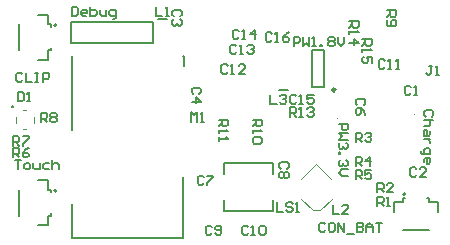
<source format=gto>
G04*
G04 #@! TF.GenerationSoftware,Altium Limited,Altium Designer,19.0.14 (431)*
G04*
G04 Layer_Color=65535*
%FSLAX44Y44*%
%MOMM*%
G71*
G01*
G75*
%ADD10C,0.1000*%
%ADD11C,0.2540*%
%ADD12C,0.2000*%
%ADD13C,0.2500*%
%ADD14C,0.1270*%
%ADD15C,0.1500*%
D10*
X280061Y101531D02*
G03*
X280061Y101531I-500J0D01*
G01*
X345181Y104821D02*
G03*
X345181Y104821I-500J0D01*
G01*
X22500Y97250D02*
Y102750D01*
X7500Y97250D02*
Y102750D01*
X13750Y108000D02*
X16250D01*
X13750Y92000D02*
X16250D01*
X248574Y49667D02*
X261585Y62677D01*
X261620Y62713D02*
X274525Y49808D01*
X248538Y33368D02*
X258615Y23291D01*
X264625Y23291D01*
X274666Y33332D01*
D11*
X4658Y111100D02*
G03*
X4658Y111100I-158J0D01*
G01*
D12*
X337250Y37030D02*
G03*
X337250Y37030I-1000J0D01*
G01*
X41750Y180000D02*
G03*
X41750Y180000I-1000J0D01*
G01*
Y40000D02*
G03*
X41750Y40000I-1000J0D01*
G01*
X184150Y63680D02*
X225150D01*
Y54480D02*
Y63680D01*
Y22680D02*
Y31980D01*
X184050Y22680D02*
X225150D01*
X184050D02*
Y31880D01*
Y63580D02*
X184150Y63680D01*
X184050Y54480D02*
Y63580D01*
X128129Y185450D02*
X135129D01*
X230538Y125109D02*
X237538D01*
X257890Y128010D02*
Y159010D01*
X267890Y128010D02*
Y159010D01*
X257890D02*
X267890D01*
X257890Y128010D02*
X267890D01*
X55000Y0D02*
Y29100D01*
Y91500D02*
Y154000D01*
X148700D02*
X150000D01*
Y145500D02*
Y154000D01*
X55000Y0D02*
X149000D01*
Y51700D01*
X123300Y165000D02*
Y183000D01*
X54500D02*
X123300D01*
X54500Y165000D02*
Y183000D01*
Y165000D02*
X123300D01*
D13*
X277890Y125510D02*
G03*
X277890Y125510I-1250J0D01*
G01*
D14*
X335250Y6530D02*
X357250D01*
X355250Y33530D02*
X357250D01*
X335250D02*
X337250D01*
X365250Y22030D02*
Y30530D01*
X327250Y22030D02*
Y30530D01*
X357250D02*
X365250D01*
X357250D02*
Y33530D01*
X335250Y30530D02*
Y33530D01*
X327250Y30530D02*
X335250D01*
X34250Y181000D02*
Y189000D01*
Y181000D02*
X37250D01*
X34250Y159000D02*
X37250D01*
X34250Y151000D02*
Y159000D01*
X25750Y189000D02*
X34250D01*
X25750Y151000D02*
X34250D01*
X37250Y179000D02*
Y181000D01*
Y159000D02*
Y161000D01*
X10250Y159000D02*
Y181000D01*
X34250Y41000D02*
Y49000D01*
Y41000D02*
X37250D01*
X34250Y19000D02*
X37250D01*
X34250Y11000D02*
Y19000D01*
X25750Y49000D02*
X34250D01*
X25750Y11000D02*
X34250D01*
X37250Y39000D02*
Y41000D01*
Y19000D02*
Y21000D01*
X10250Y19000D02*
Y41000D01*
D15*
X300590Y168240D02*
X308587D01*
Y164241D01*
X307255Y162908D01*
X304589D01*
X303256Y164241D01*
Y168240D01*
Y165574D02*
X300590Y162908D01*
Y160243D02*
Y157577D01*
Y158910D01*
X308587D01*
X307255Y160243D01*
X308587Y148246D02*
Y153578D01*
X304589D01*
X305922Y150912D01*
Y149579D01*
X304589Y148246D01*
X301923D01*
X300590Y149579D01*
Y152245D01*
X301923Y153578D01*
X321348Y192690D02*
X329345D01*
Y188691D01*
X328012Y187358D01*
X325346D01*
X324013Y188691D01*
Y192690D01*
Y190024D02*
X321348Y187358D01*
X322681Y184693D02*
X321348Y183360D01*
Y180694D01*
X322681Y179361D01*
X328012D01*
X329345Y180694D01*
Y183360D01*
X328012Y184693D01*
X326679D01*
X325346Y183360D01*
Y179361D01*
X360082Y145919D02*
X357416D01*
X358749D01*
Y139255D01*
X357416Y137922D01*
X356083D01*
X354750Y139255D01*
X362747Y137922D02*
X365413D01*
X364080D01*
Y145919D01*
X362747Y144586D01*
X155825Y98601D02*
Y106598D01*
X158491Y103932D01*
X161157Y106598D01*
Y98601D01*
X163823D02*
X166488D01*
X165156D01*
Y106598D01*
X163823Y105265D01*
X289560Y183500D02*
X297557D01*
Y179501D01*
X296224Y178168D01*
X293559D01*
X292226Y179501D01*
Y183500D01*
Y180834D02*
X289560Y178168D01*
Y175502D02*
Y172837D01*
Y174170D01*
X297557D01*
X296224Y175502D01*
X289560Y164839D02*
X297557D01*
X293559Y168838D01*
Y163506D01*
X242570Y162436D02*
Y170433D01*
X246569D01*
X247902Y169100D01*
Y166434D01*
X246569Y165102D01*
X242570D01*
X250567Y170433D02*
Y162436D01*
X253233Y165102D01*
X255899Y162436D01*
Y170433D01*
X258565Y162436D02*
X261231D01*
X259898D01*
Y170433D01*
X258565Y169100D01*
X265229Y162436D02*
Y163769D01*
X266562D01*
Y162436D01*
X265229D01*
X271894Y169100D02*
X273227Y170433D01*
X275893D01*
X277225Y169100D01*
Y167767D01*
X275893Y166434D01*
X277225Y165102D01*
Y163769D01*
X275893Y162436D01*
X273227D01*
X271894Y163769D01*
Y165102D01*
X273227Y166434D01*
X271894Y167767D01*
Y169100D01*
X273227Y166434D02*
X275893D01*
X279891Y170433D02*
Y165102D01*
X282557Y162436D01*
X285223Y165102D01*
Y170433D01*
X222980Y121387D02*
Y113390D01*
X228312D01*
X230977Y120055D02*
X232310Y121387D01*
X234976D01*
X236309Y120055D01*
Y118722D01*
X234976Y117389D01*
X233643D01*
X234976D01*
X236309Y116056D01*
Y114723D01*
X234976Y113390D01*
X232310D01*
X230977Y114723D01*
X186792Y145654D02*
X185459Y146987D01*
X182793D01*
X181460Y145654D01*
Y140323D01*
X182793Y138990D01*
X185459D01*
X186792Y140323D01*
X189457Y138990D02*
X192123D01*
X190790D01*
Y146987D01*
X189457Y145654D01*
X201453Y138990D02*
X196122D01*
X201453Y144322D01*
Y145654D01*
X200121Y146987D01*
X197455D01*
X196122Y145654D01*
X196322Y175135D02*
X194989Y176467D01*
X192323D01*
X190990Y175135D01*
Y169803D01*
X192323Y168470D01*
X194989D01*
X196322Y169803D01*
X198987Y168470D02*
X201653D01*
X200320D01*
Y176467D01*
X198987Y175135D01*
X209651Y168470D02*
Y176467D01*
X205652Y172469D01*
X210984D01*
X319943Y149919D02*
X318610Y151252D01*
X315944D01*
X314611Y149919D01*
Y144587D01*
X315944Y143254D01*
X318610D01*
X319943Y144587D01*
X322609Y143254D02*
X325275D01*
X323942D01*
Y151252D01*
X322609Y149919D01*
X329273Y143254D02*
X331939D01*
X330606D01*
Y151252D01*
X329273Y149919D01*
X224192Y172794D02*
X222859Y174127D01*
X220194D01*
X218860Y172794D01*
Y167462D01*
X220194Y166129D01*
X222859D01*
X224192Y167462D01*
X226858Y166129D02*
X229524D01*
X228191D01*
Y174127D01*
X226858Y172794D01*
X238854Y174127D02*
X236188Y172794D01*
X233522Y170128D01*
Y167462D01*
X234855Y166129D01*
X237521D01*
X238854Y167462D01*
Y168795D01*
X237521Y170128D01*
X233522D01*
X194162Y162395D02*
X192829Y163728D01*
X190163D01*
X188830Y162395D01*
Y157064D01*
X190163Y155731D01*
X192829D01*
X194162Y157064D01*
X196827Y155731D02*
X199493D01*
X198160D01*
Y163728D01*
X196827Y162395D01*
X203492D02*
X204825Y163728D01*
X207491D01*
X208824Y162395D01*
Y161062D01*
X207491Y159729D01*
X206158D01*
X207491D01*
X208824Y158396D01*
Y157064D01*
X207491Y155731D01*
X204825D01*
X203492Y157064D01*
X244870Y120035D02*
X243537Y121367D01*
X240871D01*
X239538Y120035D01*
Y114703D01*
X240871Y113370D01*
X243537D01*
X244870Y114703D01*
X247535Y113370D02*
X250201D01*
X248868D01*
Y121367D01*
X247535Y120035D01*
X259532Y121367D02*
X254200D01*
Y117369D01*
X256866Y118702D01*
X258199D01*
X259532Y117369D01*
Y114703D01*
X258199Y113370D01*
X255533D01*
X254200Y114703D01*
X12952Y138744D02*
X11619Y140077D01*
X8953D01*
X7620Y138744D01*
Y133413D01*
X8953Y132080D01*
X11619D01*
X12952Y133413D01*
X15617Y140077D02*
Y132080D01*
X20949D01*
X23615Y140077D02*
X26281D01*
X24948D01*
Y132080D01*
X23615D01*
X26281D01*
X30279D02*
Y140077D01*
X34278D01*
X35611Y138744D01*
Y136079D01*
X34278Y134746D01*
X30279D01*
X228538Y30077D02*
Y22080D01*
X233870D01*
X241867Y28744D02*
X240534Y30077D01*
X237868D01*
X236535Y28744D01*
Y27412D01*
X237868Y26079D01*
X240534D01*
X241867Y24746D01*
Y23413D01*
X240534Y22080D01*
X237868D01*
X236535Y23413D01*
X244533Y22080D02*
X247199D01*
X245866D01*
Y30077D01*
X244533Y28744D01*
X6350Y65997D02*
X11682D01*
X9016D01*
Y58000D01*
X15680D02*
X18346D01*
X19679Y59333D01*
Y61999D01*
X18346Y63332D01*
X15680D01*
X14347Y61999D01*
Y59333D01*
X15680Y58000D01*
X22345Y63332D02*
Y59333D01*
X23678Y58000D01*
X27676D01*
Y63332D01*
X35674D02*
X31675D01*
X30342Y61999D01*
Y59333D01*
X31675Y58000D01*
X35674D01*
X38340Y65997D02*
Y58000D01*
Y61999D01*
X39673Y63332D01*
X42338D01*
X43671Y61999D01*
Y58000D01*
X239538Y102750D02*
Y110747D01*
X243537D01*
X244870Y109415D01*
Y106749D01*
X243537Y105416D01*
X239538D01*
X242204D02*
X244870Y102750D01*
X247535D02*
X250201D01*
X248868D01*
Y110747D01*
X247535Y109415D01*
X254200D02*
X255533Y110747D01*
X258199D01*
X259532Y109415D01*
Y108082D01*
X258199Y106749D01*
X256866D01*
X258199D01*
X259532Y105416D01*
Y104083D01*
X258199Y102750D01*
X255533D01*
X254200Y104083D01*
X179070Y99800D02*
X187067D01*
Y95801D01*
X185735Y94468D01*
X183069D01*
X181736Y95801D01*
Y99800D01*
Y97134D02*
X179070Y94468D01*
Y91803D02*
Y89137D01*
Y90470D01*
X187067D01*
X185735Y91803D01*
X179070Y85138D02*
Y82472D01*
Y83805D01*
X187067D01*
X185735Y85138D01*
X207850Y99800D02*
X215847D01*
Y95801D01*
X214515Y94468D01*
X211849D01*
X210516Y95801D01*
Y99800D01*
Y97134D02*
X207850Y94468D01*
Y91803D02*
Y89137D01*
Y90470D01*
X215847D01*
X214515Y91803D01*
Y85138D02*
X215847Y83805D01*
Y81139D01*
X214515Y79806D01*
X209183D01*
X207850Y81139D01*
Y83805D01*
X209183Y85138D01*
X214515D01*
X28560Y98060D02*
Y106057D01*
X32559D01*
X33892Y104724D01*
Y102058D01*
X32559Y100726D01*
X28560D01*
X31226D02*
X33892Y98060D01*
X36558Y104724D02*
X37890Y106057D01*
X40556D01*
X41889Y104724D01*
Y103391D01*
X40556Y102058D01*
X41889Y100726D01*
Y99393D01*
X40556Y98060D01*
X37890D01*
X36558Y99393D01*
Y100726D01*
X37890Y102058D01*
X36558Y103391D01*
Y104724D01*
X37890Y102058D02*
X40556D01*
X5080Y78280D02*
Y86277D01*
X9079D01*
X10412Y84944D01*
Y82279D01*
X9079Y80946D01*
X5080D01*
X7746D02*
X10412Y78280D01*
X13077Y86277D02*
X18409D01*
Y84944D01*
X13077Y79613D01*
Y78280D01*
X5080Y68300D02*
Y76297D01*
X9079D01*
X10412Y74965D01*
Y72299D01*
X9079Y70966D01*
X5080D01*
X7746D02*
X10412Y68300D01*
X18409Y76297D02*
X15743Y74965D01*
X13077Y72299D01*
Y69633D01*
X14410Y68300D01*
X17076D01*
X18409Y69633D01*
Y70966D01*
X17076Y72299D01*
X13077D01*
X295050Y49530D02*
Y57527D01*
X299049D01*
X300382Y56195D01*
Y53529D01*
X299049Y52196D01*
X295050D01*
X297716D02*
X300382Y49530D01*
X308379Y57527D02*
X303047D01*
Y53529D01*
X305713Y54862D01*
X307046D01*
X308379Y53529D01*
Y50863D01*
X307046Y49530D01*
X304380D01*
X303047Y50863D01*
X295140Y60960D02*
Y68957D01*
X299139D01*
X300472Y67625D01*
Y64959D01*
X299139Y63626D01*
X295140D01*
X297806D02*
X300472Y60960D01*
X307136D02*
Y68957D01*
X303138Y64959D01*
X308469D01*
X295140Y81280D02*
Y89277D01*
X299139D01*
X300472Y87944D01*
Y85279D01*
X299139Y83946D01*
X295140D01*
X297806D02*
X300472Y81280D01*
X303138Y87944D02*
X304471Y89277D01*
X307136D01*
X308469Y87944D01*
Y86612D01*
X307136Y85279D01*
X305804D01*
X307136D01*
X308469Y83946D01*
Y82613D01*
X307136Y81280D01*
X304471D01*
X303138Y82613D01*
X313482Y38530D02*
Y46528D01*
X317481D01*
X318813Y45195D01*
Y42529D01*
X317481Y41196D01*
X313482D01*
X316148D02*
X318813Y38530D01*
X326811D02*
X321479D01*
X326811Y43862D01*
Y45195D01*
X325478Y46528D01*
X322812D01*
X321479Y45195D01*
X313482Y27030D02*
Y35027D01*
X317481D01*
X318813Y33695D01*
Y31029D01*
X317481Y29696D01*
X313482D01*
X316148D02*
X318813Y27030D01*
X321479D02*
X324145D01*
X322812D01*
Y35027D01*
X321479Y33695D01*
X280670Y96659D02*
X288667D01*
Y92661D01*
X287334Y91328D01*
X284669D01*
X283336Y92661D01*
Y96659D01*
X288667Y88662D02*
X280670D01*
X283336Y85996D01*
X280670Y83330D01*
X288667D01*
X287334Y80665D02*
X288667Y79332D01*
Y76666D01*
X287334Y75333D01*
X286002D01*
X284669Y76666D01*
Y77999D01*
Y76666D01*
X283336Y75333D01*
X282003D01*
X280670Y76666D01*
Y79332D01*
X282003Y80665D01*
X280670Y72667D02*
X282003D01*
Y71334D01*
X280670D01*
Y72667D01*
X287334Y66003D02*
X288667Y64670D01*
Y62004D01*
X287334Y60671D01*
X286002D01*
X284669Y62004D01*
Y63337D01*
Y62004D01*
X283336Y60671D01*
X282003D01*
X280670Y62004D01*
Y64670D01*
X282003Y66003D01*
X288667Y58005D02*
X283336D01*
X280670Y55339D01*
X283336Y52674D01*
X288667D01*
X275590Y28317D02*
Y20320D01*
X280922D01*
X288919D02*
X283587D01*
X288919Y25652D01*
Y26985D01*
X287586Y28317D01*
X284920D01*
X283587Y26985D01*
X126129Y195957D02*
Y187960D01*
X131461D01*
X134127D02*
X136792D01*
X135459D01*
Y195957D01*
X134127Y194625D01*
X54610Y195957D02*
Y187960D01*
X58609D01*
X59942Y189293D01*
Y194625D01*
X58609Y195957D01*
X54610D01*
X66606Y187960D02*
X63940D01*
X62607Y189293D01*
Y191959D01*
X63940Y193292D01*
X66606D01*
X67939Y191959D01*
Y190626D01*
X62607D01*
X70605Y195957D02*
Y187960D01*
X74604D01*
X75936Y189293D01*
Y190626D01*
Y191959D01*
X74604Y193292D01*
X70605D01*
X78602D02*
Y189293D01*
X79935Y187960D01*
X83934D01*
Y193292D01*
X89265Y185294D02*
X90598D01*
X91931Y186627D01*
Y193292D01*
X87933D01*
X86600Y191959D01*
Y189293D01*
X87933Y187960D01*
X91931D01*
X8890Y123567D02*
Y115570D01*
X12889D01*
X14222Y116903D01*
Y122234D01*
X12889Y123567D01*
X8890D01*
X16887Y115570D02*
X19553D01*
X18220D01*
Y123567D01*
X16887Y122234D01*
X269492Y11745D02*
X268159Y13077D01*
X265493D01*
X264160Y11745D01*
Y6413D01*
X265493Y5080D01*
X268159D01*
X269492Y6413D01*
X276156Y13077D02*
X273490D01*
X272157Y11745D01*
Y6413D01*
X273490Y5080D01*
X276156D01*
X277489Y6413D01*
Y11745D01*
X276156Y13077D01*
X280155Y5080D02*
Y13077D01*
X285486Y5080D01*
Y13077D01*
X288152Y3747D02*
X293484D01*
X296150Y13077D02*
Y5080D01*
X300148D01*
X301481Y6413D01*
Y7746D01*
X300148Y9079D01*
X296150D01*
X300148D01*
X301481Y10412D01*
Y11745D01*
X300148Y13077D01*
X296150D01*
X304147Y5080D02*
Y10412D01*
X306813Y13077D01*
X309479Y10412D01*
Y5080D01*
Y9079D01*
X304147D01*
X312145Y13077D02*
X317476D01*
X314810D01*
Y5080D01*
X359645Y102709D02*
X360977Y104042D01*
Y106707D01*
X359645Y108040D01*
X354313D01*
X352980Y106707D01*
Y104042D01*
X354313Y102709D01*
X360977Y100043D02*
X352980D01*
X356979D01*
X358312Y98710D01*
Y96044D01*
X356979Y94711D01*
X352980D01*
X358312Y90713D02*
Y88047D01*
X356979Y86714D01*
X352980D01*
Y90713D01*
X354313Y92045D01*
X355646Y90713D01*
Y86714D01*
X358312Y84048D02*
X352980D01*
X355646D01*
X356979Y82715D01*
X358312Y81382D01*
Y80049D01*
X350314Y73385D02*
Y72052D01*
X351647Y70719D01*
X358312D01*
Y74718D01*
X356979Y76051D01*
X354313D01*
X352980Y74718D01*
Y70719D01*
Y64055D02*
Y66720D01*
X354313Y68053D01*
X356979D01*
X358312Y66720D01*
Y64055D01*
X356979Y62722D01*
X355646D01*
Y68053D01*
X204182Y9204D02*
X202849Y10537D01*
X200183D01*
X198850Y9204D01*
Y3873D01*
X200183Y2540D01*
X202849D01*
X204182Y3873D01*
X206847Y2540D02*
X209513D01*
X208180D01*
Y10537D01*
X206847Y9204D01*
X213512D02*
X214845Y10537D01*
X217511D01*
X218844Y9204D01*
Y3873D01*
X217511Y2540D01*
X214845D01*
X213512Y3873D01*
Y9204D01*
X173462Y9204D02*
X172129Y10537D01*
X169463D01*
X168130Y9204D01*
Y3873D01*
X169463Y2540D01*
X172129D01*
X173462Y3873D01*
X176127D02*
X177460Y2540D01*
X180126D01*
X181459Y3873D01*
Y9204D01*
X180126Y10537D01*
X177460D01*
X176127Y9204D01*
Y7871D01*
X177460Y6539D01*
X181459D01*
X237036Y58628D02*
X238369Y59961D01*
Y62627D01*
X237036Y63960D01*
X231705D01*
X230372Y62627D01*
Y59961D01*
X231705Y58628D01*
X237036Y55963D02*
X238369Y54630D01*
Y51964D01*
X237036Y50631D01*
X235704D01*
X234371Y51964D01*
X233038Y50631D01*
X231705D01*
X230372Y51964D01*
Y54630D01*
X231705Y55963D01*
X233038D01*
X234371Y54630D01*
X235704Y55963D01*
X237036D01*
X234371Y54630D02*
Y51964D01*
X166592Y51525D02*
X165259Y52857D01*
X162593D01*
X161260Y51525D01*
Y46193D01*
X162593Y44860D01*
X165259D01*
X166592Y46193D01*
X169258Y52857D02*
X174589D01*
Y51525D01*
X169258Y46193D01*
Y44860D01*
X301925Y112428D02*
X303258Y113761D01*
Y116427D01*
X301925Y117760D01*
X296593D01*
X295260Y116427D01*
Y113761D01*
X296593Y112428D01*
X303258Y104431D02*
X301925Y107097D01*
X299259Y109763D01*
X296593D01*
X295260Y108430D01*
Y105764D01*
X296593Y104431D01*
X297926D01*
X299259Y105764D01*
Y109763D01*
X162794Y122060D02*
X164127Y123393D01*
Y126059D01*
X162794Y127392D01*
X157463D01*
X156130Y126059D01*
Y123393D01*
X157463Y122060D01*
X156130Y115396D02*
X164127D01*
X160129Y119395D01*
Y114063D01*
X146504Y187708D02*
X147837Y189041D01*
Y191707D01*
X146504Y193040D01*
X141173D01*
X139840Y191707D01*
Y189041D01*
X141173Y187708D01*
X146504Y185043D02*
X147837Y183710D01*
Y181044D01*
X146504Y179711D01*
X145172D01*
X143839Y181044D01*
Y182377D01*
Y181044D01*
X142506Y179711D01*
X141173D01*
X139840Y181044D01*
Y183710D01*
X141173Y185043D01*
X346511Y58435D02*
X345178Y59768D01*
X342513D01*
X341180Y58435D01*
Y53103D01*
X342513Y51770D01*
X345178D01*
X346511Y53103D01*
X354509Y51770D02*
X349177D01*
X354509Y57102D01*
Y58435D01*
X353176Y59768D01*
X350510D01*
X349177Y58435D01*
X341882Y127664D02*
X340549Y128997D01*
X337883D01*
X336550Y127664D01*
Y122333D01*
X337883Y121000D01*
X340549D01*
X341882Y122333D01*
X344547Y121000D02*
X347213D01*
X345880D01*
Y128997D01*
X344547Y127664D01*
M02*

</source>
